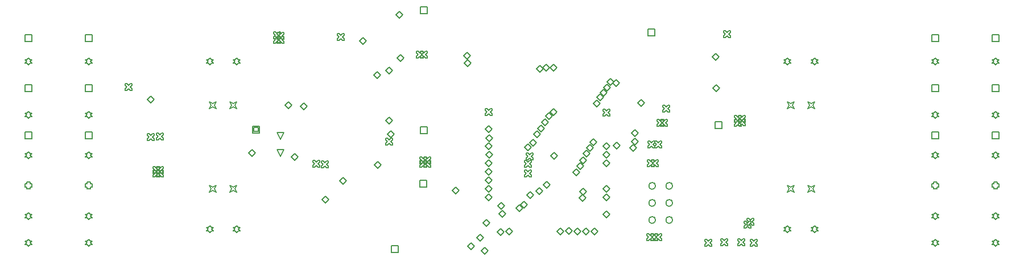
<source format=gbr>
%TF.GenerationSoftware,Altium Limited,Altium Designer,21.7.2 (23)*%
G04 Layer_Color=2752767*
%FSLAX25Y25*%
%MOIN*%
%TF.SameCoordinates,95A22525-32A0-4EEE-A0C0-36F8BD1EB9D1*%
%TF.FilePolarity,Positive*%
%TF.FileFunction,Drawing*%
%TF.Part,Single*%
G01*
G75*
%TA.AperFunction,NonConductor*%
%ADD70C,0.00500*%
%ADD172C,0.00667*%
D70*
X374969Y133039D02*
Y137039D01*
X378969D01*
Y133039D01*
X374969D01*
X241602Y146228D02*
Y150228D01*
X245602D01*
Y146228D01*
X241602D01*
X224575Y6071D02*
Y10071D01*
X228575D01*
Y6071D01*
X224575D01*
X241406Y44260D02*
Y48260D01*
X245406D01*
Y44260D01*
X241406D01*
X414339Y78709D02*
Y82709D01*
X418339D01*
Y78709D01*
X414339D01*
X241504Y75657D02*
Y79658D01*
X245504D01*
Y75657D01*
X241504D01*
X159449Y62567D02*
X157449Y66567D01*
X161449D01*
X159449Y62567D01*
Y72409D02*
X157449Y76410D01*
X161449D01*
X159449Y72409D01*
X576740Y72803D02*
Y76803D01*
X580740D01*
Y72803D01*
X576740D01*
X541307D02*
Y76803D01*
X545307D01*
Y72803D01*
X541307D01*
X576740Y100362D02*
Y104362D01*
X580740D01*
Y100362D01*
X576740D01*
X541307D02*
Y104362D01*
X545307D01*
Y100362D01*
X541307D01*
X576740Y129890D02*
Y133890D01*
X580740D01*
Y129890D01*
X576740D01*
X541307D02*
Y133890D01*
X545307D01*
Y129890D01*
X541307D01*
X9811Y72803D02*
Y76803D01*
X13811D01*
Y72803D01*
X9811D01*
X45244D02*
Y76803D01*
X49244D01*
Y72803D01*
X45244D01*
Y100362D02*
Y104362D01*
X49244D01*
Y100362D01*
X45244D01*
X9811D02*
Y104362D01*
X13811D01*
Y100362D01*
X9811D01*
X45244Y129890D02*
Y133890D01*
X49244D01*
Y129890D01*
X45244D01*
X578740Y116110D02*
X579740Y117110D01*
X580740D01*
X579740Y118110D01*
X580740Y119110D01*
X579740D01*
X578740Y120110D01*
X577740Y119110D01*
X576740D01*
X577740Y118110D01*
X576740Y117110D01*
X577740D01*
X578740Y116110D01*
X543307D02*
X544307Y117110D01*
X545307D01*
X544307Y118110D01*
X545307Y119110D01*
X544307D01*
X543307Y120110D01*
X542307Y119110D01*
X541307D01*
X542307Y118110D01*
X541307Y117110D01*
X542307D01*
X543307Y116110D01*
X11811D02*
X12811Y117110D01*
X13811D01*
X12811Y118110D01*
X13811Y119110D01*
X12811D01*
X11811Y120110D01*
X10811Y119110D01*
X9811D01*
X10811Y118110D01*
X9811Y117110D01*
X10811D01*
X11811Y116110D01*
X47244D02*
X48244Y117110D01*
X49244D01*
X48244Y118110D01*
X49244Y119110D01*
X48244D01*
X47244Y120110D01*
X46244Y119110D01*
X45244D01*
X46244Y118110D01*
X45244Y117110D01*
X46244D01*
X47244Y116110D01*
X468472Y90520D02*
X469472Y92520D01*
X468472Y94520D01*
X470472Y93520D01*
X472472Y94520D01*
X471472Y92520D01*
X472472Y90520D01*
X470472Y91520D01*
X468472Y90520D01*
X456661D02*
X457661Y92520D01*
X456661Y94520D01*
X458661Y93520D01*
X460661Y94520D01*
X459661Y92520D01*
X460661Y90520D01*
X458661Y91520D01*
X456661Y90520D01*
X129890D02*
X130890Y92520D01*
X129890Y94520D01*
X131890Y93520D01*
X133890Y94520D01*
X132890Y92520D01*
X133890Y90520D01*
X131890Y91520D01*
X129890Y90520D01*
X118079D02*
X119079Y92520D01*
X118079Y94520D01*
X120079Y93520D01*
X122079Y94520D01*
X121079Y92520D01*
X122079Y90520D01*
X120079Y91520D01*
X118079Y90520D01*
X468472Y41307D02*
X469472Y43307D01*
X468472Y45307D01*
X470472Y44307D01*
X472472Y45307D01*
X471472Y43307D01*
X472472Y41307D01*
X470472Y42307D01*
X468472Y41307D01*
X456661D02*
X457661Y43307D01*
X456661Y45307D01*
X458661Y44307D01*
X460661Y45307D01*
X459661Y43307D01*
X460661Y41307D01*
X458661Y42307D01*
X456661Y41307D01*
X129890D02*
X130890Y43307D01*
X129890Y45307D01*
X131890Y44307D01*
X133890Y45307D01*
X132890Y43307D01*
X133890Y41307D01*
X131890Y42307D01*
X129890Y41307D01*
X118079D02*
X119079Y43307D01*
X118079Y45307D01*
X120079Y44307D01*
X122079Y45307D01*
X121079Y43307D01*
X122079Y41307D01*
X120079Y42307D01*
X118079Y41307D01*
X577740Y44276D02*
Y43276D01*
X579740D01*
Y44276D01*
X580740D01*
Y46276D01*
X579740D01*
Y47276D01*
X577740D01*
Y46276D01*
X576740D01*
Y44276D01*
X577740D01*
X542307D02*
Y43276D01*
X544307D01*
Y44276D01*
X545307D01*
Y46276D01*
X544307D01*
Y47276D01*
X542307D01*
Y46276D01*
X541307D01*
Y44276D01*
X542307D01*
X10811D02*
Y43276D01*
X12811D01*
Y44276D01*
X13811D01*
Y46276D01*
X12811D01*
Y47276D01*
X10811D01*
Y46276D01*
X9811D01*
Y44276D01*
X10811D01*
X46244D02*
Y43276D01*
X48244D01*
Y44276D01*
X49244D01*
Y46276D01*
X48244D01*
Y47276D01*
X46244D01*
Y46276D01*
X45244D01*
Y44276D01*
X46244D01*
X9811Y129890D02*
Y133890D01*
X13811D01*
Y129890D01*
X9811D01*
X578740Y84614D02*
X579740Y85614D01*
X580740D01*
X579740Y86614D01*
X580740Y87614D01*
X579740D01*
X578740Y88614D01*
X577740Y87614D01*
X576740D01*
X577740Y86614D01*
X576740Y85614D01*
X577740D01*
X578740Y84614D01*
X543307D02*
X544307Y85614D01*
X545307D01*
X544307Y86614D01*
X545307Y87614D01*
X544307D01*
X543307Y88614D01*
X542307Y87614D01*
X541307D01*
X542307Y86614D01*
X541307Y85614D01*
X542307D01*
X543307Y84614D01*
X578740Y60992D02*
X579740Y61992D01*
X580740D01*
X579740Y62992D01*
X580740Y63992D01*
X579740D01*
X578740Y64992D01*
X577740Y63992D01*
X576740D01*
X577740Y62992D01*
X576740Y61992D01*
X577740D01*
X578740Y60992D01*
X543307D02*
X544307Y61992D01*
X545307D01*
X544307Y62992D01*
X545307Y63992D01*
X544307D01*
X543307Y64992D01*
X542307Y63992D01*
X541307D01*
X542307Y62992D01*
X541307Y61992D01*
X542307D01*
X543307Y60992D01*
X118110Y17685D02*
X119110Y18685D01*
X120110D01*
X119110Y19685D01*
X120110Y20685D01*
X119110D01*
X118110Y21685D01*
X117110Y20685D01*
X116110D01*
X117110Y19685D01*
X116110Y18685D01*
X117110D01*
X118110Y17685D01*
X543307Y25559D02*
X544307Y26559D01*
X545307D01*
X544307Y27559D01*
X545307Y28559D01*
X544307D01*
X543307Y29559D01*
X542307Y28559D01*
X541307D01*
X542307Y27559D01*
X541307Y26559D01*
X542307D01*
X543307Y25559D01*
X578740D02*
X579740Y26559D01*
X580740D01*
X579740Y27559D01*
X580740Y28559D01*
X579740D01*
X578740Y29559D01*
X577740Y28559D01*
X576740D01*
X577740Y27559D01*
X576740Y26559D01*
X577740D01*
X578740Y25559D01*
X543307Y9811D02*
X544307Y10811D01*
X545307D01*
X544307Y11811D01*
X545307Y12811D01*
X544307D01*
X543307Y13811D01*
X542307Y12811D01*
X541307D01*
X542307Y11811D01*
X541307Y10811D01*
X542307D01*
X543307Y9811D01*
X578740D02*
X579740Y10811D01*
X580740D01*
X579740Y11811D01*
X580740Y12811D01*
X579740D01*
X578740Y13811D01*
X577740Y12811D01*
X576740D01*
X577740Y11811D01*
X576740Y10811D01*
X577740D01*
X578740Y9811D01*
X47244Y25559D02*
X48244Y26559D01*
X49244D01*
X48244Y27559D01*
X49244Y28559D01*
X48244D01*
X47244Y29559D01*
X46244Y28559D01*
X45244D01*
X46244Y27559D01*
X45244Y26559D01*
X46244D01*
X47244Y25559D01*
X11811D02*
X12811Y26559D01*
X13811D01*
X12811Y27559D01*
X13811Y28559D01*
X12811D01*
X11811Y29559D01*
X10811Y28559D01*
X9811D01*
X10811Y27559D01*
X9811Y26559D01*
X10811D01*
X11811Y25559D01*
X47244Y84614D02*
X48244Y85614D01*
X49244D01*
X48244Y86614D01*
X49244Y87614D01*
X48244D01*
X47244Y88614D01*
X46244Y87614D01*
X45244D01*
X46244Y86614D01*
X45244Y85614D01*
X46244D01*
X47244Y84614D01*
X11811D02*
X12811Y85614D01*
X13811D01*
X12811Y86614D01*
X13811Y87614D01*
X12811D01*
X11811Y88614D01*
X10811Y87614D01*
X9811D01*
X10811Y86614D01*
X9811Y85614D01*
X10811D01*
X11811Y84614D01*
Y60992D02*
X12811Y61992D01*
X13811D01*
X12811Y62992D01*
X13811Y63992D01*
X12811D01*
X11811Y64992D01*
X10811Y63992D01*
X9811D01*
X10811Y62992D01*
X9811Y61992D01*
X10811D01*
X11811Y60992D01*
X47244D02*
X48244Y61992D01*
X49244D01*
X48244Y62992D01*
X49244Y63992D01*
X48244D01*
X47244Y64992D01*
X46244Y63992D01*
X45244D01*
X46244Y62992D01*
X45244Y61992D01*
X46244D01*
X47244Y60992D01*
Y9811D02*
X48244Y10811D01*
X49244D01*
X48244Y11811D01*
X49244Y12811D01*
X48244D01*
X47244Y13811D01*
X46244Y12811D01*
X45244D01*
X46244Y11811D01*
X45244Y10811D01*
X46244D01*
X47244Y9811D01*
X11811D02*
X12811Y10811D01*
X13811D01*
X12811Y11811D01*
X13811Y12811D01*
X12811D01*
X11811Y13811D01*
X10811Y12811D01*
X9811D01*
X10811Y11811D01*
X9811Y10811D01*
X10811D01*
X11811Y9811D01*
X456693Y17685D02*
X457693Y18685D01*
X458693D01*
X457693Y19685D01*
X458693Y20685D01*
X457693D01*
X456693Y21685D01*
X455693Y20685D01*
X454693D01*
X455693Y19685D01*
X454693Y18685D01*
X455693D01*
X456693Y17685D01*
Y116110D02*
X457693Y117110D01*
X458693D01*
X457693Y118110D01*
X458693Y119110D01*
X457693D01*
X456693Y120110D01*
X455693Y119110D01*
X454693D01*
X455693Y118110D01*
X454693Y117110D01*
X455693D01*
X456693Y116110D01*
X472441Y17685D02*
X473441Y18685D01*
X474441D01*
X473441Y19685D01*
X474441Y20685D01*
X473441D01*
X472441Y21685D01*
X471441Y20685D01*
X470441D01*
X471441Y19685D01*
X470441Y18685D01*
X471441D01*
X472441Y17685D01*
Y116110D02*
X473441Y117110D01*
X474441D01*
X473441Y118110D01*
X474441Y119110D01*
X473441D01*
X472441Y120110D01*
X471441Y119110D01*
X470441D01*
X471441Y118110D01*
X470441Y117110D01*
X471441D01*
X472441Y116110D01*
X133858Y17685D02*
X134858Y18685D01*
X135858D01*
X134858Y19685D01*
X135858Y20685D01*
X134858D01*
X133858Y21685D01*
X132858Y20685D01*
X131858D01*
X132858Y19685D01*
X131858Y18685D01*
X132858D01*
X133858Y17685D01*
Y116110D02*
X134858Y117110D01*
X135858D01*
X134858Y118110D01*
X135858Y119110D01*
X134858D01*
X133858Y120110D01*
X132858Y119110D01*
X131858D01*
X132858Y118110D01*
X131858Y117110D01*
X132858D01*
X133858Y116110D01*
X118110D02*
X119110Y117110D01*
X120110D01*
X119110Y118110D01*
X120110Y119110D01*
X119110D01*
X118110Y120110D01*
X117110Y119110D01*
X116110D01*
X117110Y118110D01*
X116110Y117110D01*
X117110D01*
X118110Y116110D01*
X183630Y55776D02*
X184630D01*
X185630Y56776D01*
X186630Y55776D01*
X187630D01*
Y56776D01*
X186630Y57776D01*
X187630Y58776D01*
Y59776D01*
X186630D01*
X185630Y58776D01*
X184630Y59776D01*
X183630D01*
Y58776D01*
X184630Y57776D01*
X183630Y56776D01*
Y55776D01*
X222114Y75590D02*
X224114Y77591D01*
X226114Y75590D01*
X224114Y73590D01*
X222114Y75590D01*
X162401Y92587D02*
X164401Y94587D01*
X166402Y92587D01*
X164401Y90587D01*
X162401Y92587D01*
X165913Y62106D02*
X167913Y64106D01*
X169913Y62106D01*
X167913Y60106D01*
X165913Y62106D01*
X221228Y83563D02*
X223228Y85563D01*
X225228Y83563D01*
X223228Y81563D01*
X221228Y83563D01*
X241504Y119949D02*
X242504D01*
X243504Y120949D01*
X244504Y119949D01*
X245504D01*
Y120949D01*
X244504Y121949D01*
X245504Y122949D01*
Y123949D01*
X244504D01*
X243504Y122949D01*
X242504Y123949D01*
X241504D01*
Y122949D01*
X242504Y121949D01*
X241504Y120949D01*
Y119949D01*
X239339D02*
X240339D01*
X241339Y120949D01*
X242339Y119949D01*
X243339D01*
Y120949D01*
X242339Y121949D01*
X243339Y122949D01*
Y123949D01*
X242339D01*
X241339Y122949D01*
X240339Y123949D01*
X239339D01*
Y122949D01*
X240339Y121949D01*
X239339Y120949D01*
Y119949D01*
X227947Y120177D02*
X229947Y122177D01*
X231947Y120177D01*
X229947Y118177D01*
X227947Y120177D01*
X221327Y112697D02*
X223327Y114697D01*
X225327Y112697D01*
X223327Y110697D01*
X221327Y112697D01*
X413057Y102582D02*
X415057Y104582D01*
X417057Y102582D01*
X415057Y100582D01*
X413057Y102582D01*
X178472Y56003D02*
X179472D01*
X180472Y57003D01*
X181472Y56003D01*
X182472D01*
Y57003D01*
X181472Y58003D01*
X182472Y59003D01*
Y60003D01*
X181472D01*
X180472Y59003D01*
X179472Y60003D01*
X178472D01*
Y59003D01*
X179472Y58003D01*
X178472Y57003D01*
Y56003D01*
X184024Y37205D02*
X186024Y39205D01*
X188024Y37205D01*
X186024Y35205D01*
X184024Y37205D01*
X143276Y76248D02*
Y80248D01*
X147276D01*
Y76248D01*
X143276D01*
X144076Y77048D02*
Y79448D01*
X146476D01*
Y77048D01*
X144076D01*
X269260Y9744D02*
X271260Y11744D01*
X273260Y9744D01*
X271260Y7744D01*
X269260Y9744D01*
X277429Y6988D02*
X279429Y8988D01*
X281429Y6988D01*
X279429Y4988D01*
X277429Y6988D01*
X274673Y14665D02*
X276673Y16665D01*
X278673Y14665D01*
X276673Y12665D01*
X274673Y14665D01*
X241209Y55972D02*
X242209D01*
X243209Y56972D01*
X244209Y55972D01*
X245209D01*
Y56972D01*
X244209Y57972D01*
X245209Y58972D01*
Y59972D01*
X244209D01*
X243209Y58972D01*
X242209Y59972D01*
X241209D01*
Y58972D01*
X242209Y57972D01*
X241209Y56972D01*
Y55972D01*
X243768Y56071D02*
X244768D01*
X245768Y57071D01*
X246768Y56071D01*
X247768D01*
Y57071D01*
X246768Y58071D01*
X247768Y59071D01*
Y60071D01*
X246768D01*
X245768Y59071D01*
X244768Y60071D01*
X243768D01*
Y59071D01*
X244768Y58071D01*
X243768Y57071D01*
Y56071D01*
X194260Y47933D02*
X196260Y49933D01*
X198260Y47933D01*
X196260Y45933D01*
X194260Y47933D01*
X141012Y64567D02*
X143012Y66567D01*
X145012Y64567D01*
X143012Y62567D01*
X141012Y64567D01*
X267193Y117028D02*
X269193Y119028D01*
X271193Y117028D01*
X269193Y115028D01*
X267193Y117028D01*
X354368Y105286D02*
X356368Y107286D01*
X358368Y105286D01*
X356368Y103286D01*
X354368Y105286D01*
X221425Y69161D02*
X222425D01*
X223425Y70161D01*
X224425Y69161D01*
X225425D01*
Y70161D01*
X224425Y71161D01*
X225425Y72161D01*
Y73161D01*
X224425D01*
X223425Y72161D01*
X222425Y73161D01*
X221425D01*
Y72161D01*
X222425Y71161D01*
X221425Y70161D01*
Y69161D01*
X214732Y57579D02*
X216732Y59579D01*
X218732Y57579D01*
X216732Y55579D01*
X214732Y57579D01*
X382350Y79988D02*
X383350D01*
X384350Y80988D01*
X385350Y79988D01*
X386350D01*
Y80988D01*
X385350Y81988D01*
X386350Y82988D01*
Y83988D01*
X385350D01*
X384350Y82988D01*
X383350Y83988D01*
X382350D01*
Y82988D01*
X383350Y81988D01*
X382350Y80988D01*
Y79988D01*
X380185D02*
X381185D01*
X382185Y80988D01*
X383185Y79988D01*
X384185D01*
Y80988D01*
X383185Y81988D01*
X384185Y82988D01*
Y83988D01*
X383185D01*
X382185Y82988D01*
X381185Y83988D01*
X380185D01*
Y82988D01*
X381185Y81988D01*
X380185Y80988D01*
Y79988D01*
X376937Y56465D02*
X377937D01*
X378937Y57465D01*
X379937Y56465D01*
X380937D01*
Y57465D01*
X379937Y58465D01*
X380937Y59465D01*
Y60465D01*
X379937D01*
X378937Y59465D01*
X377937Y60465D01*
X376937D01*
Y59465D01*
X377937Y58465D01*
X376937Y57465D01*
Y56465D01*
X374673D02*
X375673D01*
X376673Y57465D01*
X377673Y56465D01*
X378673D01*
Y57465D01*
X377673Y58465D01*
X378673Y59465D01*
Y60465D01*
X377673D01*
X376673Y59465D01*
X375673Y60465D01*
X374673D01*
Y59465D01*
X375673Y58465D01*
X374673Y57465D01*
Y56465D01*
X374969Y67587D02*
X375969D01*
X376969Y68587D01*
X377969Y67587D01*
X378969D01*
Y68587D01*
X377969Y69587D01*
X378969Y70587D01*
Y71587D01*
X377969D01*
X376969Y70587D01*
X375969Y71587D01*
X374969D01*
Y70587D01*
X375969Y69587D01*
X374969Y68587D01*
Y67587D01*
X379004Y67488D02*
X380004D01*
X381004Y68488D01*
X382004Y67488D01*
X383004D01*
Y68488D01*
X382004Y69488D01*
X383004Y70488D01*
Y71488D01*
X382004D01*
X381004Y70488D01*
X380004Y71488D01*
X379004D01*
Y70488D01*
X380004Y69488D01*
X379004Y68488D01*
Y67488D01*
X348590Y86189D02*
X349590D01*
X350590Y87189D01*
X351590Y86189D01*
X352590D01*
Y87189D01*
X351590Y88189D01*
X352590Y89189D01*
Y90189D01*
X351590D01*
X350590Y89189D01*
X349590Y90189D01*
X348590D01*
Y89189D01*
X349590Y88189D01*
X348590Y87189D01*
Y86189D01*
X279594Y86386D02*
X280594D01*
X281594Y87386D01*
X282594Y86386D01*
X283594D01*
Y87386D01*
X282594Y88386D01*
X283594Y89386D01*
Y90386D01*
X282594D01*
X281594Y89386D01*
X280594Y90386D01*
X279594D01*
Y89386D01*
X280594Y88386D01*
X279594Y87386D01*
Y86386D01*
X432941Y22213D02*
X433941D01*
X434941Y23213D01*
X435941Y22213D01*
X436941D01*
Y23213D01*
X435941Y24213D01*
X436941Y25213D01*
Y26213D01*
X435941D01*
X434941Y25213D01*
X433941Y26213D01*
X432941D01*
Y25213D01*
X433941Y24213D01*
X432941Y23213D01*
Y22213D01*
X431169Y20539D02*
X432169D01*
X433169Y21539D01*
X434169Y20539D01*
X435169D01*
Y21539D01*
X434169Y22539D01*
X435169Y23539D01*
Y24539D01*
X434169D01*
X433169Y23539D01*
X432169Y24539D01*
X431169D01*
Y23539D01*
X432169Y22539D01*
X431169Y21539D01*
Y20539D01*
X435008Y9811D02*
X436008D01*
X437008Y10811D01*
X438008Y9811D01*
X439008D01*
Y10811D01*
X438008Y11811D01*
X439008Y12811D01*
Y13811D01*
X438008D01*
X437008Y12811D01*
X436008Y13811D01*
X435008D01*
Y12811D01*
X436008Y11811D01*
X435008Y10811D01*
Y9811D01*
X408138Y9909D02*
X409138D01*
X410138Y10909D01*
X411138Y9909D01*
X412138D01*
Y10909D01*
X411138Y11909D01*
X412138Y12910D01*
Y13909D01*
X411138D01*
X410138Y12910D01*
X409138Y13909D01*
X408138D01*
Y12910D01*
X409138Y11909D01*
X408138Y10909D01*
Y9909D01*
X417685Y10008D02*
X418685D01*
X419685Y11008D01*
X420685Y10008D01*
X421685D01*
Y11008D01*
X420685Y12008D01*
X421685Y13008D01*
Y14008D01*
X420685D01*
X419685Y13008D01*
X418685Y14008D01*
X417685D01*
Y13008D01*
X418685Y12008D01*
X417685Y11008D01*
Y10008D01*
X427724Y10205D02*
X428724D01*
X429724Y11205D01*
X430724Y10205D01*
X431724D01*
Y11205D01*
X430724Y12205D01*
X431724Y13205D01*
Y14205D01*
X430724D01*
X429724Y13205D01*
X428724Y14205D01*
X427724D01*
Y13205D01*
X428724Y12205D01*
X427724Y11205D01*
Y10205D01*
X379102Y13059D02*
X380102D01*
X381102Y14059D01*
X382102Y13059D01*
X383102D01*
Y14059D01*
X382102Y15059D01*
X383102Y16059D01*
Y17059D01*
X382102D01*
X381102Y16059D01*
X380102Y17059D01*
X379102D01*
Y16059D01*
X380102Y15059D01*
X379102Y14059D01*
Y13059D01*
X374279Y12961D02*
X375279D01*
X376279Y13961D01*
X377279Y12961D01*
X378279D01*
Y13961D01*
X377279Y14961D01*
X378279Y15961D01*
Y16961D01*
X377279D01*
X376279Y15961D01*
X375279Y16961D01*
X374279D01*
Y15961D01*
X375279Y14961D01*
X374279Y13961D01*
Y12961D01*
X376740Y13059D02*
X377740D01*
X378740Y14059D01*
X379740Y13059D01*
X380740D01*
Y14059D01*
X379740Y15059D01*
X380740Y16059D01*
Y17059D01*
X379740D01*
X378740Y16059D01*
X377740Y17059D01*
X376740D01*
Y16059D01*
X377740Y15059D01*
X376740Y14059D01*
Y13059D01*
X157744Y128905D02*
X158744D01*
X159744Y129905D01*
X160744Y128905D01*
X161744D01*
Y129905D01*
X160744Y130905D01*
X161744Y131905D01*
Y132905D01*
X160744D01*
X159744Y131905D01*
X158744Y132905D01*
X157744D01*
Y131905D01*
X158744Y130905D01*
X157744Y129905D01*
Y128905D01*
X155480D02*
X156480D01*
X157480Y129905D01*
X158480Y128905D01*
X159480D01*
Y129905D01*
X158480Y130905D01*
X159480Y131905D01*
Y132905D01*
X158480D01*
X157480Y131905D01*
X156480Y132905D01*
X155480D01*
Y131905D01*
X156480Y130905D01*
X155480Y129905D01*
Y128905D01*
X157737Y131177D02*
X158737D01*
X159737Y132177D01*
X160737Y131177D01*
X161737D01*
Y132177D01*
X160737Y133177D01*
X161737Y134177D01*
Y135177D01*
X160737D01*
X159737Y134177D01*
X158737Y135177D01*
X157737D01*
Y134177D01*
X158737Y133177D01*
X157737Y132177D01*
Y131177D01*
X155480Y131268D02*
X156480D01*
X157480Y132268D01*
X158480Y131268D01*
X159480D01*
Y132268D01*
X158480Y133268D01*
X159480Y134268D01*
Y135268D01*
X158480D01*
X157480Y134268D01*
X156480Y135268D01*
X155480D01*
Y134268D01*
X156480Y133268D01*
X155480Y132268D01*
Y131268D01*
X87075Y50362D02*
X88075D01*
X89075Y51362D01*
X90075Y50362D01*
X91075D01*
Y51362D01*
X90075Y52362D01*
X91075Y53362D01*
Y54362D01*
X90075D01*
X89075Y53362D01*
X88075Y54362D01*
X87075D01*
Y53362D01*
X88075Y52362D01*
X87075Y51362D01*
Y50362D01*
X84909D02*
X85909D01*
X86910Y51362D01*
X87910Y50362D01*
X88910D01*
Y51362D01*
X87910Y52362D01*
X88910Y53362D01*
Y54362D01*
X87910D01*
X86910Y53362D01*
X85909Y54362D01*
X84909D01*
Y53362D01*
X85909Y52362D01*
X84909Y51362D01*
Y50362D01*
X87075Y52528D02*
X88075D01*
X89075Y53528D01*
X90075Y52528D01*
X91075D01*
Y53528D01*
X90075Y54528D01*
X91075Y55528D01*
Y56528D01*
X90075D01*
X89075Y55528D01*
X88075Y56528D01*
X87075D01*
Y55528D01*
X88075Y54528D01*
X87075Y53528D01*
Y52528D01*
X84909D02*
X85909D01*
X86910Y53528D01*
X87910Y52528D01*
X88910D01*
Y53528D01*
X87910Y54528D01*
X88910Y55528D01*
Y56528D01*
X87910D01*
X86910Y55528D01*
X85909Y56528D01*
X84909D01*
Y55528D01*
X85909Y54528D01*
X84909Y53528D01*
Y52528D01*
X303709Y60500D02*
X304709D01*
X305709Y61500D01*
X306709Y60500D01*
X307709D01*
Y61500D01*
X306709Y62500D01*
X307709Y63500D01*
Y64500D01*
X306709D01*
X305709Y63500D01*
X304709Y64500D01*
X303709D01*
Y63500D01*
X304709Y62500D01*
X303709Y61500D01*
Y60500D01*
X427921Y82547D02*
X428921D01*
X429921Y83547D01*
X430921Y82547D01*
X431921D01*
Y83547D01*
X430921Y84547D01*
X431921Y85547D01*
Y86547D01*
X430921D01*
X429921Y85547D01*
X428921Y86547D01*
X427921D01*
Y85547D01*
X428921Y84547D01*
X427921Y83547D01*
Y82547D01*
X425559D02*
X426559D01*
X427559Y83547D01*
X428559Y82547D01*
X429559D01*
Y83547D01*
X428559Y84547D01*
X429559Y85547D01*
Y86547D01*
X428559D01*
X427559Y85547D01*
X426559Y86547D01*
X425559D01*
Y85547D01*
X426559Y84547D01*
X425559Y83547D01*
Y82547D01*
X427823Y80283D02*
X428823D01*
X429823Y81283D01*
X430823Y80283D01*
X431823D01*
Y81283D01*
X430823Y82284D01*
X431823Y83284D01*
Y84284D01*
X430823D01*
X429823Y83284D01*
X428823Y84284D01*
X427823D01*
Y83284D01*
X428823Y82284D01*
X427823Y81283D01*
Y80283D01*
X425580Y80216D02*
X426580D01*
X427580Y81216D01*
X428580Y80216D01*
X429580D01*
Y81216D01*
X428580Y82216D01*
X429580Y83216D01*
Y84216D01*
X428580D01*
X427580Y83216D01*
X426580Y84216D01*
X425580D01*
Y83216D01*
X426580Y82216D01*
X425580Y81216D01*
Y80216D01*
X243768Y58138D02*
X244768D01*
X245768Y59138D01*
X246768Y58138D01*
X247768D01*
Y59138D01*
X246768Y60138D01*
X247768Y61138D01*
Y62138D01*
X246768D01*
X245768Y61138D01*
X244768Y62138D01*
X243768D01*
Y61138D01*
X244768Y60138D01*
X243768Y59138D01*
Y58138D01*
X241110D02*
X242110D01*
X243110Y59138D01*
X244110Y58138D01*
X245110D01*
Y59138D01*
X244110Y60138D01*
X245110Y61138D01*
Y62138D01*
X244110D01*
X243110Y61138D01*
X242110Y62138D01*
X241110D01*
Y61138D01*
X242110Y60138D01*
X241110Y59138D01*
Y58138D01*
X302724Y50520D02*
X303724D01*
X304724Y51520D01*
X305724Y50520D01*
X306724D01*
Y51520D01*
X305724Y52520D01*
X306724Y53520D01*
Y54520D01*
X305724D01*
X304724Y53520D01*
X303724Y54520D01*
X302724D01*
Y53520D01*
X303724Y52520D01*
X302724Y51520D01*
Y50520D01*
Y56032D02*
X303724D01*
X304724Y57032D01*
X305724Y56032D01*
X306724D01*
Y57032D01*
X305724Y58031D01*
X306724Y59031D01*
Y60031D01*
X305724D01*
X304724Y59031D01*
X303724Y60031D01*
X302724D01*
Y59031D01*
X303724Y58031D01*
X302724Y57032D01*
Y56032D01*
X279693Y48327D02*
X281693Y50327D01*
X283693Y48327D01*
X281693Y46327D01*
X279693Y48327D01*
X302536Y67748D02*
X304536Y69748D01*
X306536Y67748D01*
X304536Y65748D01*
X302536Y67748D01*
X279693Y53425D02*
X281693Y55425D01*
X283693Y53425D01*
X281693Y51425D01*
X279693Y53425D01*
X348689Y68405D02*
X350689Y70406D01*
X352689Y68405D01*
X350689Y66405D01*
X348689Y68405D01*
X348590Y63386D02*
X350590Y65386D01*
X352590Y63386D01*
X350590Y61386D01*
X348590Y63386D01*
X278217Y23425D02*
X280217Y25425D01*
X282217Y23425D01*
X280217Y21425D01*
X278217Y23425D01*
X286736Y18192D02*
X288736Y20192D01*
X290736Y18192D01*
X288736Y16192D01*
X286736Y18192D01*
X348590Y58425D02*
X350590Y60425D01*
X352590Y58425D01*
X350590Y56425D01*
X348590Y58425D01*
Y43425D02*
X350590Y45425D01*
X352590Y43425D01*
X350590Y41425D01*
X348590Y43425D01*
X348572Y38277D02*
X350572Y40277D01*
X352572Y38277D01*
X350572Y36277D01*
X348572Y38277D01*
X287469Y28740D02*
X289469Y30740D01*
X291469Y28740D01*
X289469Y26740D01*
X287469Y28740D01*
X214437Y110039D02*
X216437Y112039D01*
X218437Y110039D01*
X216437Y108039D01*
X214437Y110039D01*
X286779Y33268D02*
X288779Y35268D01*
X290779Y33268D01*
X288779Y31268D01*
X286779Y33268D01*
X313551Y45866D02*
X315551Y47866D01*
X317551Y45866D01*
X315551Y43866D01*
X313551Y45866D01*
X309221Y42085D02*
X311221Y44085D01*
X313221Y42085D01*
X311221Y40085D01*
X309221Y42085D01*
X81760Y71917D02*
X82760D01*
X83760Y72917D01*
X84760Y71917D01*
X85760D01*
Y72917D01*
X84760Y73917D01*
X85760Y74917D01*
Y75917D01*
X84760D01*
X83760Y74917D01*
X82760Y75917D01*
X81760D01*
Y74917D01*
X82760Y73917D01*
X81760Y72917D01*
Y71917D01*
X86878Y72016D02*
X87878D01*
X88878Y73016D01*
X89878Y72016D01*
X90878D01*
Y73016D01*
X89878Y74016D01*
X90878Y75016D01*
Y76016D01*
X89878D01*
X88878Y75016D01*
X87878Y76016D01*
X86878D01*
Y75016D01*
X87878Y74016D01*
X86878Y73016D01*
Y72016D01*
X334910Y41831D02*
X336910Y43831D01*
X338910Y41831D01*
X336910Y39831D01*
X334910Y41831D01*
X317585Y114439D02*
X319585Y116439D01*
X321585Y114439D01*
X319585Y112439D01*
X317585Y114439D01*
X266996Y121260D02*
X268996Y123260D01*
X270996Y121260D01*
X268996Y119260D01*
X266996Y121260D01*
X334695Y38228D02*
X336695Y40228D01*
X338695Y38228D01*
X336695Y36228D01*
X334695Y38228D01*
X313354Y114272D02*
X315354Y116272D01*
X317354Y114272D01*
X315354Y112272D01*
X313354Y114272D01*
X297705Y31988D02*
X299705Y33988D01*
X301705Y31988D01*
X299705Y29988D01*
X297705Y31988D01*
X227232Y145374D02*
X229232Y147374D01*
X231232Y145374D01*
X229232Y143374D01*
X227232Y145374D01*
X309516Y113878D02*
X311516Y115878D01*
X313516Y113878D01*
X311516Y111878D01*
X309516Y113878D01*
X171298Y91673D02*
X173298Y93673D01*
X175298Y91673D01*
X173298Y89674D01*
X171298Y91673D01*
X365126Y76083D02*
X367126Y78083D01*
X369126Y76083D01*
X367126Y74083D01*
X365126Y76083D01*
X354594Y68799D02*
X356594Y70799D01*
X358594Y68799D01*
X356594Y66799D01*
X354594Y68799D01*
X343049Y93357D02*
X345049Y95357D01*
X347049Y93357D01*
X345049Y91357D01*
X343049Y93357D01*
X368866Y93602D02*
X370866Y95602D01*
X372866Y93602D01*
X370866Y91602D01*
X368866Y93602D01*
X383630Y88354D02*
X384630D01*
X385630Y89354D01*
X386630Y88354D01*
X387630D01*
Y89354D01*
X386630Y90354D01*
X387630Y91354D01*
Y92354D01*
X386630D01*
X385630Y91354D01*
X384630Y92354D01*
X383630D01*
Y91354D01*
X384630Y90354D01*
X383630Y89354D01*
Y88354D01*
X348787Y102657D02*
X350787Y104657D01*
X352787Y102657D01*
X350787Y100657D01*
X348787Y102657D01*
X300146Y34193D02*
X302146Y36193D01*
X304146Y34193D01*
X302146Y32193D01*
X300146Y34193D01*
X304004Y39862D02*
X306004Y41862D01*
X308004Y39862D01*
X306004Y37862D01*
X304004Y39862D01*
X305480Y70276D02*
X307480Y72276D01*
X309480Y70276D01*
X307480Y68276D01*
X305480Y70276D01*
X307842Y75590D02*
X309842Y77591D01*
X311842Y75590D01*
X309842Y73590D01*
X307842Y75590D01*
X310365Y78806D02*
X312365Y80806D01*
X314365Y78806D01*
X312365Y76806D01*
X310365Y78806D01*
X351097Y105942D02*
X353097Y107942D01*
X355097Y105942D01*
X353097Y103942D01*
X351097Y105942D01*
X346819Y99803D02*
X348819Y101803D01*
X350819Y99803D01*
X348819Y97803D01*
X346819Y99803D01*
X318079Y62894D02*
X320079Y64894D01*
X322079Y62894D01*
X320079Y60894D01*
X318079Y62894D01*
X344870Y96949D02*
X346870Y98949D01*
X348870Y96949D01*
X346870Y94949D01*
X344870Y96949D01*
X291706Y18450D02*
X293706Y20450D01*
X295707Y18450D01*
X293706Y16450D01*
X291706Y18450D01*
X321642Y18504D02*
X323642Y20504D01*
X325642Y18504D01*
X323642Y16504D01*
X321642Y18504D01*
X338846Y67520D02*
X340846Y69520D01*
X342846Y67520D01*
X340846Y65520D01*
X338846Y67520D01*
X340913Y70669D02*
X342913Y72669D01*
X344913Y70669D01*
X342913Y68669D01*
X340913Y70669D01*
X326741Y18831D02*
X328741Y20831D01*
X330741Y18831D01*
X328741Y16831D01*
X326741Y18831D01*
X336878Y64075D02*
X338878Y66075D01*
X340878Y64075D01*
X338878Y62075D01*
X336878Y64075D01*
X331642Y18504D02*
X333642Y20504D01*
X335642Y18504D01*
X333642Y16504D01*
X331642Y18504D01*
X336642D02*
X338642Y20504D01*
X340642Y18504D01*
X338642Y16504D01*
X336642Y18504D01*
X331090Y53248D02*
X333090Y55248D01*
X335090Y53248D01*
X333090Y51248D01*
X331090Y53248D01*
X333236Y56791D02*
X335236Y58791D01*
X337236Y56791D01*
X335236Y54791D01*
X333236Y56791D01*
X335028Y60039D02*
X337028Y62039D01*
X339028Y60039D01*
X337028Y58039D01*
X335028Y60039D01*
X341642Y18504D02*
X343642Y20504D01*
X345642Y18504D01*
X343642Y16504D01*
X341642Y18504D01*
X348590Y28425D02*
X350590Y30425D01*
X352590Y28425D01*
X350590Y26425D01*
X348590Y28425D01*
X279918Y73100D02*
X281918Y75100D01*
X283918Y73100D01*
X281918Y71100D01*
X279918Y73100D01*
X314929Y86102D02*
X316929Y88102D01*
X318929Y86102D01*
X316929Y84102D01*
X314929Y86102D01*
X317685Y88386D02*
X319685Y90386D01*
X321685Y88386D01*
X319685Y86386D01*
X317685Y88386D01*
X279693Y68425D02*
X281693Y70425D01*
X283693Y68425D01*
X281693Y66425D01*
X279693Y68425D01*
X279791Y63583D02*
X281791Y65583D01*
X283791Y63583D01*
X281791Y61583D01*
X279791Y63583D01*
X312764Y82579D02*
X314764Y84579D01*
X316764Y82579D01*
X314764Y80579D01*
X312764Y82579D01*
X279693Y58425D02*
X281693Y60425D01*
X283693Y58425D01*
X281693Y56425D01*
X279693Y58425D01*
Y43425D02*
X281693Y45425D01*
X283693Y43425D01*
X281693Y41425D01*
X279693Y43425D01*
Y38425D02*
X281693Y40425D01*
X283693Y38425D01*
X281693Y36425D01*
X279693Y38425D01*
X260365Y42520D02*
X262365Y44520D01*
X264365Y42520D01*
X262365Y40520D01*
X260365Y42520D01*
X192980Y130283D02*
X193980D01*
X194980Y131283D01*
X195980Y130283D01*
X196980D01*
Y131283D01*
X195980Y132283D01*
X196980Y133283D01*
Y134283D01*
X195980D01*
X194980Y133283D01*
X193980Y134283D01*
X192980D01*
Y133283D01*
X193980Y132283D01*
X192980Y131283D01*
Y130283D01*
X206071Y130217D02*
X208071Y132217D01*
X210071Y130217D01*
X208071Y128217D01*
X206071Y130217D01*
X419367Y132252D02*
X420367D01*
X421367Y133252D01*
X422367Y132252D01*
X423367D01*
Y133252D01*
X422367Y134252D01*
X423367Y135252D01*
Y136252D01*
X422367D01*
X421367Y135252D01*
X420367Y136252D01*
X419367D01*
Y135252D01*
X420367Y134252D01*
X419367Y133252D01*
Y132252D01*
X412492Y120845D02*
X414492Y122845D01*
X416492Y120845D01*
X414492Y118845D01*
X412492Y120845D01*
X279693Y78425D02*
X281693Y80425D01*
X283693Y78425D01*
X281693Y76425D01*
X279693Y78425D01*
X365224Y71063D02*
X367224Y73063D01*
X369224Y71063D01*
X367224Y69063D01*
X365224Y71063D01*
X364240Y67421D02*
X366240Y69421D01*
X368240Y67421D01*
X366240Y65421D01*
X364240Y67421D01*
X81661Y95866D02*
X83661Y97866D01*
X85661Y95866D01*
X83661Y93866D01*
X81661Y95866D01*
X68472Y101257D02*
X69472D01*
X70472Y102257D01*
X71472Y101257D01*
X72472D01*
Y102257D01*
X71472Y103257D01*
X72472Y104257D01*
Y105257D01*
X71472D01*
X70472Y104257D01*
X69472Y105257D01*
X68472D01*
Y104257D01*
X69472Y103257D01*
X68472Y102257D01*
Y101257D01*
D172*
X379402Y45138D02*
G03*
X379402Y45138I-2000J0D01*
G01*
X389402D02*
G03*
X389402Y45138I-2000J0D01*
G01*
X379402Y35138D02*
G03*
X379402Y35138I-2000J0D01*
G01*
X389402D02*
G03*
X389402Y35138I-2000J0D01*
G01*
X379402Y25138D02*
G03*
X379402Y25138I-2000J0D01*
G01*
X389402D02*
G03*
X389402Y25138I-2000J0D01*
G01*
%TF.MD5,edac574759a6bcbfc7356836cdac1520*%
M02*

</source>
